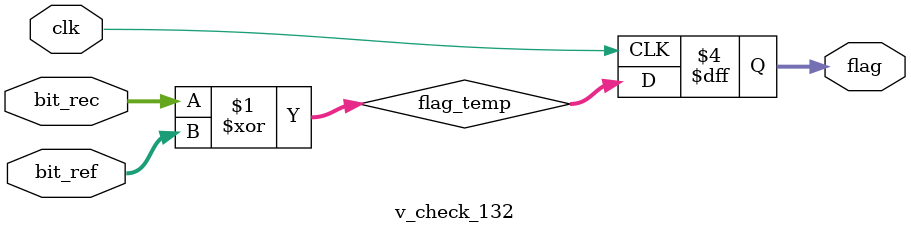
<source format=v>


module v_check_132 (clk, bit_rec, bit_ref, flag );
	input wire clk;
	input wire [131:0] bit_rec;
	input wire [131:0] bit_ref;
	output reg [131:0] flag;
	wire [131:0] flag_temp;

	assign flag_temp[131:0] = bit_rec[131:0] ^ bit_ref[131:0];

	always @(negedge clk) begin
		flag[131:0] <= flag_temp[131:0];
	end

	always @(posedge clk) begin
		$display("%d", flag);
	end
endmodule

</source>
